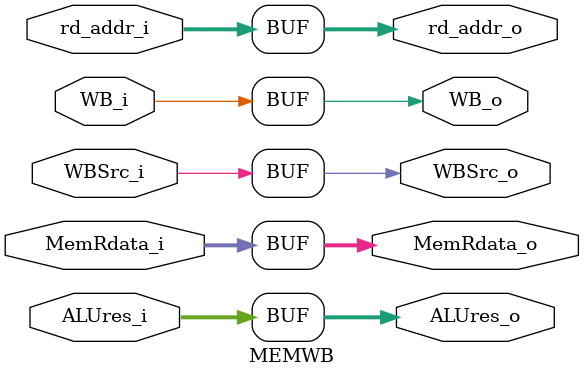
<source format=v>
module MEMWB(WB_i,MemRdata_i,ALUres_i,rd_addr_i,WBSrc_i,WB_o,MemRdata_o,ALUres_o,rd_addr_o,WBSrc_o);
    input [31:0] MemRdata_i,ALUres_i;
    input [4:0] rd_addr_i;
    input WB_i,WBSrc_i;
    output [31:0] MemRdata_o,ALUres_o;
    output [4:0] rd_addr_o;
    output WB_o,WBSrc_o;
    assign WB_o = WB_i;
    assign MemRdata_o = MemRdata_i;
    assign ALUres_o = ALUres_i;
    assign rd_addr_o = rd_addr_i;
    assign WBSrc_o = WBSrc_i;
endmodule

</source>
